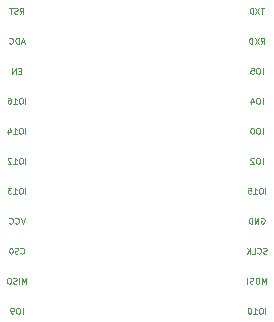
<source format=gbr>
G04 #@! TF.FileFunction,Legend,Bot*
%FSLAX46Y46*%
G04 Gerber Fmt 4.6, Leading zero omitted, Abs format (unit mm)*
G04 Created by KiCad (PCBNEW 4.0.7) date 11/18/18 14:35:23*
%MOMM*%
%LPD*%
G01*
G04 APERTURE LIST*
%ADD10C,0.100000*%
G04 APERTURE END LIST*
D10*
X137024999Y-110081190D02*
X137024999Y-109581190D01*
X136691666Y-109581190D02*
X136596428Y-109581190D01*
X136548809Y-109605000D01*
X136501190Y-109652619D01*
X136477381Y-109747857D01*
X136477381Y-109914524D01*
X136501190Y-110009762D01*
X136548809Y-110057381D01*
X136596428Y-110081190D01*
X136691666Y-110081190D01*
X136739285Y-110057381D01*
X136786904Y-110009762D01*
X136810714Y-109914524D01*
X136810714Y-109747857D01*
X136786904Y-109652619D01*
X136739285Y-109605000D01*
X136691666Y-109581190D01*
X136239285Y-110081190D02*
X136144047Y-110081190D01*
X136096428Y-110057381D01*
X136072618Y-110033571D01*
X136024999Y-109962143D01*
X136001190Y-109866905D01*
X136001190Y-109676429D01*
X136024999Y-109628810D01*
X136048809Y-109605000D01*
X136096428Y-109581190D01*
X136191666Y-109581190D01*
X136239285Y-109605000D01*
X136263094Y-109628810D01*
X136286904Y-109676429D01*
X136286904Y-109795476D01*
X136263094Y-109843095D01*
X136239285Y-109866905D01*
X136191666Y-109890714D01*
X136096428Y-109890714D01*
X136048809Y-109866905D01*
X136024999Y-109843095D01*
X136001190Y-109795476D01*
X137310714Y-107541190D02*
X137310714Y-107041190D01*
X137144048Y-107398333D01*
X136977381Y-107041190D01*
X136977381Y-107541190D01*
X136739285Y-107541190D02*
X136739285Y-107041190D01*
X136525000Y-107517381D02*
X136453571Y-107541190D01*
X136334524Y-107541190D01*
X136286905Y-107517381D01*
X136263095Y-107493571D01*
X136239286Y-107445952D01*
X136239286Y-107398333D01*
X136263095Y-107350714D01*
X136286905Y-107326905D01*
X136334524Y-107303095D01*
X136429762Y-107279286D01*
X136477381Y-107255476D01*
X136501190Y-107231667D01*
X136525000Y-107184048D01*
X136525000Y-107136429D01*
X136501190Y-107088810D01*
X136477381Y-107065000D01*
X136429762Y-107041190D01*
X136310714Y-107041190D01*
X136239286Y-107065000D01*
X135929762Y-107041190D02*
X135834524Y-107041190D01*
X135786905Y-107065000D01*
X135739286Y-107112619D01*
X135715477Y-107207857D01*
X135715477Y-107374524D01*
X135739286Y-107469762D01*
X135786905Y-107517381D01*
X135834524Y-107541190D01*
X135929762Y-107541190D01*
X135977381Y-107517381D01*
X136025000Y-107469762D01*
X136048810Y-107374524D01*
X136048810Y-107207857D01*
X136025000Y-107112619D01*
X135977381Y-107065000D01*
X135929762Y-107041190D01*
X136846428Y-104953571D02*
X136870238Y-104977381D01*
X136941666Y-105001190D01*
X136989285Y-105001190D01*
X137060714Y-104977381D01*
X137108333Y-104929762D01*
X137132142Y-104882143D01*
X137155952Y-104786905D01*
X137155952Y-104715476D01*
X137132142Y-104620238D01*
X137108333Y-104572619D01*
X137060714Y-104525000D01*
X136989285Y-104501190D01*
X136941666Y-104501190D01*
X136870238Y-104525000D01*
X136846428Y-104548810D01*
X136655952Y-104977381D02*
X136584523Y-105001190D01*
X136465476Y-105001190D01*
X136417857Y-104977381D01*
X136394047Y-104953571D01*
X136370238Y-104905952D01*
X136370238Y-104858333D01*
X136394047Y-104810714D01*
X136417857Y-104786905D01*
X136465476Y-104763095D01*
X136560714Y-104739286D01*
X136608333Y-104715476D01*
X136632142Y-104691667D01*
X136655952Y-104644048D01*
X136655952Y-104596429D01*
X136632142Y-104548810D01*
X136608333Y-104525000D01*
X136560714Y-104501190D01*
X136441666Y-104501190D01*
X136370238Y-104525000D01*
X136060714Y-104501190D02*
X136013095Y-104501190D01*
X135965476Y-104525000D01*
X135941667Y-104548810D01*
X135917857Y-104596429D01*
X135894048Y-104691667D01*
X135894048Y-104810714D01*
X135917857Y-104905952D01*
X135941667Y-104953571D01*
X135965476Y-104977381D01*
X136013095Y-105001190D01*
X136060714Y-105001190D01*
X136108333Y-104977381D01*
X136132143Y-104953571D01*
X136155952Y-104905952D01*
X136179762Y-104810714D01*
X136179762Y-104691667D01*
X136155952Y-104596429D01*
X136132143Y-104548810D01*
X136108333Y-104525000D01*
X136060714Y-104501190D01*
X137191666Y-101961190D02*
X137024999Y-102461190D01*
X136858333Y-101961190D01*
X136405952Y-102413571D02*
X136429762Y-102437381D01*
X136501190Y-102461190D01*
X136548809Y-102461190D01*
X136620238Y-102437381D01*
X136667857Y-102389762D01*
X136691666Y-102342143D01*
X136715476Y-102246905D01*
X136715476Y-102175476D01*
X136691666Y-102080238D01*
X136667857Y-102032619D01*
X136620238Y-101985000D01*
X136548809Y-101961190D01*
X136501190Y-101961190D01*
X136429762Y-101985000D01*
X136405952Y-102008810D01*
X135905952Y-102413571D02*
X135929762Y-102437381D01*
X136001190Y-102461190D01*
X136048809Y-102461190D01*
X136120238Y-102437381D01*
X136167857Y-102389762D01*
X136191666Y-102342143D01*
X136215476Y-102246905D01*
X136215476Y-102175476D01*
X136191666Y-102080238D01*
X136167857Y-102032619D01*
X136120238Y-101985000D01*
X136048809Y-101961190D01*
X136001190Y-101961190D01*
X135929762Y-101985000D01*
X135905952Y-102008810D01*
X137263094Y-99921190D02*
X137263094Y-99421190D01*
X136929761Y-99421190D02*
X136834523Y-99421190D01*
X136786904Y-99445000D01*
X136739285Y-99492619D01*
X136715476Y-99587857D01*
X136715476Y-99754524D01*
X136739285Y-99849762D01*
X136786904Y-99897381D01*
X136834523Y-99921190D01*
X136929761Y-99921190D01*
X136977380Y-99897381D01*
X137024999Y-99849762D01*
X137048809Y-99754524D01*
X137048809Y-99587857D01*
X137024999Y-99492619D01*
X136977380Y-99445000D01*
X136929761Y-99421190D01*
X136239285Y-99921190D02*
X136524999Y-99921190D01*
X136382142Y-99921190D02*
X136382142Y-99421190D01*
X136429761Y-99492619D01*
X136477380Y-99540238D01*
X136524999Y-99564048D01*
X136072618Y-99421190D02*
X135763095Y-99421190D01*
X135929761Y-99611667D01*
X135858333Y-99611667D01*
X135810714Y-99635476D01*
X135786904Y-99659286D01*
X135763095Y-99706905D01*
X135763095Y-99825952D01*
X135786904Y-99873571D01*
X135810714Y-99897381D01*
X135858333Y-99921190D01*
X136001190Y-99921190D01*
X136048809Y-99897381D01*
X136072618Y-99873571D01*
X137263094Y-97381190D02*
X137263094Y-96881190D01*
X136929761Y-96881190D02*
X136834523Y-96881190D01*
X136786904Y-96905000D01*
X136739285Y-96952619D01*
X136715476Y-97047857D01*
X136715476Y-97214524D01*
X136739285Y-97309762D01*
X136786904Y-97357381D01*
X136834523Y-97381190D01*
X136929761Y-97381190D01*
X136977380Y-97357381D01*
X137024999Y-97309762D01*
X137048809Y-97214524D01*
X137048809Y-97047857D01*
X137024999Y-96952619D01*
X136977380Y-96905000D01*
X136929761Y-96881190D01*
X136239285Y-97381190D02*
X136524999Y-97381190D01*
X136382142Y-97381190D02*
X136382142Y-96881190D01*
X136429761Y-96952619D01*
X136477380Y-97000238D01*
X136524999Y-97024048D01*
X136048809Y-96928810D02*
X136024999Y-96905000D01*
X135977380Y-96881190D01*
X135858333Y-96881190D01*
X135810714Y-96905000D01*
X135786904Y-96928810D01*
X135763095Y-96976429D01*
X135763095Y-97024048D01*
X135786904Y-97095476D01*
X136072618Y-97381190D01*
X135763095Y-97381190D01*
X137263094Y-94841190D02*
X137263094Y-94341190D01*
X136929761Y-94341190D02*
X136834523Y-94341190D01*
X136786904Y-94365000D01*
X136739285Y-94412619D01*
X136715476Y-94507857D01*
X136715476Y-94674524D01*
X136739285Y-94769762D01*
X136786904Y-94817381D01*
X136834523Y-94841190D01*
X136929761Y-94841190D01*
X136977380Y-94817381D01*
X137024999Y-94769762D01*
X137048809Y-94674524D01*
X137048809Y-94507857D01*
X137024999Y-94412619D01*
X136977380Y-94365000D01*
X136929761Y-94341190D01*
X136239285Y-94841190D02*
X136524999Y-94841190D01*
X136382142Y-94841190D02*
X136382142Y-94341190D01*
X136429761Y-94412619D01*
X136477380Y-94460238D01*
X136524999Y-94484048D01*
X135810714Y-94507857D02*
X135810714Y-94841190D01*
X135929761Y-94317381D02*
X136048809Y-94674524D01*
X135739285Y-94674524D01*
X137263094Y-92301190D02*
X137263094Y-91801190D01*
X136929761Y-91801190D02*
X136834523Y-91801190D01*
X136786904Y-91825000D01*
X136739285Y-91872619D01*
X136715476Y-91967857D01*
X136715476Y-92134524D01*
X136739285Y-92229762D01*
X136786904Y-92277381D01*
X136834523Y-92301190D01*
X136929761Y-92301190D01*
X136977380Y-92277381D01*
X137024999Y-92229762D01*
X137048809Y-92134524D01*
X137048809Y-91967857D01*
X137024999Y-91872619D01*
X136977380Y-91825000D01*
X136929761Y-91801190D01*
X136239285Y-92301190D02*
X136524999Y-92301190D01*
X136382142Y-92301190D02*
X136382142Y-91801190D01*
X136429761Y-91872619D01*
X136477380Y-91920238D01*
X136524999Y-91944048D01*
X135810714Y-91801190D02*
X135905952Y-91801190D01*
X135953571Y-91825000D01*
X135977380Y-91848810D01*
X136024999Y-91920238D01*
X136048809Y-92015476D01*
X136048809Y-92205952D01*
X136024999Y-92253571D01*
X136001190Y-92277381D01*
X135953571Y-92301190D01*
X135858333Y-92301190D01*
X135810714Y-92277381D01*
X135786904Y-92253571D01*
X135763095Y-92205952D01*
X135763095Y-92086905D01*
X135786904Y-92039286D01*
X135810714Y-92015476D01*
X135858333Y-91991667D01*
X135953571Y-91991667D01*
X136001190Y-92015476D01*
X136024999Y-92039286D01*
X136048809Y-92086905D01*
X136894047Y-89499286D02*
X136727381Y-89499286D01*
X136655952Y-89761190D02*
X136894047Y-89761190D01*
X136894047Y-89261190D01*
X136655952Y-89261190D01*
X136441666Y-89761190D02*
X136441666Y-89261190D01*
X136155952Y-89761190D01*
X136155952Y-89261190D01*
X137144047Y-87078333D02*
X136905952Y-87078333D01*
X137191666Y-87221190D02*
X137024999Y-86721190D01*
X136858333Y-87221190D01*
X136691666Y-87221190D02*
X136691666Y-86721190D01*
X136572619Y-86721190D01*
X136501190Y-86745000D01*
X136453571Y-86792619D01*
X136429762Y-86840238D01*
X136405952Y-86935476D01*
X136405952Y-87006905D01*
X136429762Y-87102143D01*
X136453571Y-87149762D01*
X136501190Y-87197381D01*
X136572619Y-87221190D01*
X136691666Y-87221190D01*
X135905952Y-87173571D02*
X135929762Y-87197381D01*
X136001190Y-87221190D01*
X136048809Y-87221190D01*
X136120238Y-87197381D01*
X136167857Y-87149762D01*
X136191666Y-87102143D01*
X136215476Y-87006905D01*
X136215476Y-86935476D01*
X136191666Y-86840238D01*
X136167857Y-86792619D01*
X136120238Y-86745000D01*
X136048809Y-86721190D01*
X136001190Y-86721190D01*
X135929762Y-86745000D01*
X135905952Y-86768810D01*
X136798809Y-84681190D02*
X136965476Y-84443095D01*
X137084523Y-84681190D02*
X137084523Y-84181190D01*
X136894047Y-84181190D01*
X136846428Y-84205000D01*
X136822619Y-84228810D01*
X136798809Y-84276429D01*
X136798809Y-84347857D01*
X136822619Y-84395476D01*
X136846428Y-84419286D01*
X136894047Y-84443095D01*
X137084523Y-84443095D01*
X136608333Y-84657381D02*
X136536904Y-84681190D01*
X136417857Y-84681190D01*
X136370238Y-84657381D01*
X136346428Y-84633571D01*
X136322619Y-84585952D01*
X136322619Y-84538333D01*
X136346428Y-84490714D01*
X136370238Y-84466905D01*
X136417857Y-84443095D01*
X136513095Y-84419286D01*
X136560714Y-84395476D01*
X136584523Y-84371667D01*
X136608333Y-84324048D01*
X136608333Y-84276429D01*
X136584523Y-84228810D01*
X136560714Y-84205000D01*
X136513095Y-84181190D01*
X136394047Y-84181190D01*
X136322619Y-84205000D01*
X136179762Y-84181190D02*
X135894048Y-84181190D01*
X136036905Y-84681190D02*
X136036905Y-84181190D01*
X157690238Y-104977381D02*
X157618809Y-105001190D01*
X157499762Y-105001190D01*
X157452143Y-104977381D01*
X157428333Y-104953571D01*
X157404524Y-104905952D01*
X157404524Y-104858333D01*
X157428333Y-104810714D01*
X157452143Y-104786905D01*
X157499762Y-104763095D01*
X157595000Y-104739286D01*
X157642619Y-104715476D01*
X157666428Y-104691667D01*
X157690238Y-104644048D01*
X157690238Y-104596429D01*
X157666428Y-104548810D01*
X157642619Y-104525000D01*
X157595000Y-104501190D01*
X157475952Y-104501190D01*
X157404524Y-104525000D01*
X156904524Y-104953571D02*
X156928334Y-104977381D01*
X156999762Y-105001190D01*
X157047381Y-105001190D01*
X157118810Y-104977381D01*
X157166429Y-104929762D01*
X157190238Y-104882143D01*
X157214048Y-104786905D01*
X157214048Y-104715476D01*
X157190238Y-104620238D01*
X157166429Y-104572619D01*
X157118810Y-104525000D01*
X157047381Y-104501190D01*
X156999762Y-104501190D01*
X156928334Y-104525000D01*
X156904524Y-104548810D01*
X156452143Y-105001190D02*
X156690238Y-105001190D01*
X156690238Y-104501190D01*
X156285476Y-105001190D02*
X156285476Y-104501190D01*
X155999762Y-105001190D02*
X156214048Y-104715476D01*
X155999762Y-104501190D02*
X156285476Y-104786905D01*
X157630714Y-107541190D02*
X157630714Y-107041190D01*
X157464048Y-107398333D01*
X157297381Y-107041190D01*
X157297381Y-107541190D01*
X156964047Y-107041190D02*
X156868809Y-107041190D01*
X156821190Y-107065000D01*
X156773571Y-107112619D01*
X156749762Y-107207857D01*
X156749762Y-107374524D01*
X156773571Y-107469762D01*
X156821190Y-107517381D01*
X156868809Y-107541190D01*
X156964047Y-107541190D01*
X157011666Y-107517381D01*
X157059285Y-107469762D01*
X157083095Y-107374524D01*
X157083095Y-107207857D01*
X157059285Y-107112619D01*
X157011666Y-107065000D01*
X156964047Y-107041190D01*
X156559285Y-107517381D02*
X156487856Y-107541190D01*
X156368809Y-107541190D01*
X156321190Y-107517381D01*
X156297380Y-107493571D01*
X156273571Y-107445952D01*
X156273571Y-107398333D01*
X156297380Y-107350714D01*
X156321190Y-107326905D01*
X156368809Y-107303095D01*
X156464047Y-107279286D01*
X156511666Y-107255476D01*
X156535475Y-107231667D01*
X156559285Y-107184048D01*
X156559285Y-107136429D01*
X156535475Y-107088810D01*
X156511666Y-107065000D01*
X156464047Y-107041190D01*
X156344999Y-107041190D01*
X156273571Y-107065000D01*
X156059285Y-107541190D02*
X156059285Y-107041190D01*
X157583094Y-110081190D02*
X157583094Y-109581190D01*
X157249761Y-109581190D02*
X157154523Y-109581190D01*
X157106904Y-109605000D01*
X157059285Y-109652619D01*
X157035476Y-109747857D01*
X157035476Y-109914524D01*
X157059285Y-110009762D01*
X157106904Y-110057381D01*
X157154523Y-110081190D01*
X157249761Y-110081190D01*
X157297380Y-110057381D01*
X157344999Y-110009762D01*
X157368809Y-109914524D01*
X157368809Y-109747857D01*
X157344999Y-109652619D01*
X157297380Y-109605000D01*
X157249761Y-109581190D01*
X156559285Y-110081190D02*
X156844999Y-110081190D01*
X156702142Y-110081190D02*
X156702142Y-109581190D01*
X156749761Y-109652619D01*
X156797380Y-109700238D01*
X156844999Y-109724048D01*
X156249761Y-109581190D02*
X156202142Y-109581190D01*
X156154523Y-109605000D01*
X156130714Y-109628810D01*
X156106904Y-109676429D01*
X156083095Y-109771667D01*
X156083095Y-109890714D01*
X156106904Y-109985952D01*
X156130714Y-110033571D01*
X156154523Y-110057381D01*
X156202142Y-110081190D01*
X156249761Y-110081190D01*
X156297380Y-110057381D01*
X156321190Y-110033571D01*
X156344999Y-109985952D01*
X156368809Y-109890714D01*
X156368809Y-109771667D01*
X156344999Y-109676429D01*
X156321190Y-109628810D01*
X156297380Y-109605000D01*
X156249761Y-109581190D01*
X157225953Y-101985000D02*
X157273572Y-101961190D01*
X157345000Y-101961190D01*
X157416429Y-101985000D01*
X157464048Y-102032619D01*
X157487857Y-102080238D01*
X157511667Y-102175476D01*
X157511667Y-102246905D01*
X157487857Y-102342143D01*
X157464048Y-102389762D01*
X157416429Y-102437381D01*
X157345000Y-102461190D01*
X157297381Y-102461190D01*
X157225953Y-102437381D01*
X157202143Y-102413571D01*
X157202143Y-102246905D01*
X157297381Y-102246905D01*
X156987857Y-102461190D02*
X156987857Y-101961190D01*
X156702143Y-102461190D01*
X156702143Y-101961190D01*
X156464047Y-102461190D02*
X156464047Y-101961190D01*
X156345000Y-101961190D01*
X156273571Y-101985000D01*
X156225952Y-102032619D01*
X156202143Y-102080238D01*
X156178333Y-102175476D01*
X156178333Y-102246905D01*
X156202143Y-102342143D01*
X156225952Y-102389762D01*
X156273571Y-102437381D01*
X156345000Y-102461190D01*
X156464047Y-102461190D01*
X157583094Y-99921190D02*
X157583094Y-99421190D01*
X157249761Y-99421190D02*
X157154523Y-99421190D01*
X157106904Y-99445000D01*
X157059285Y-99492619D01*
X157035476Y-99587857D01*
X157035476Y-99754524D01*
X157059285Y-99849762D01*
X157106904Y-99897381D01*
X157154523Y-99921190D01*
X157249761Y-99921190D01*
X157297380Y-99897381D01*
X157344999Y-99849762D01*
X157368809Y-99754524D01*
X157368809Y-99587857D01*
X157344999Y-99492619D01*
X157297380Y-99445000D01*
X157249761Y-99421190D01*
X156559285Y-99921190D02*
X156844999Y-99921190D01*
X156702142Y-99921190D02*
X156702142Y-99421190D01*
X156749761Y-99492619D01*
X156797380Y-99540238D01*
X156844999Y-99564048D01*
X156106904Y-99421190D02*
X156344999Y-99421190D01*
X156368809Y-99659286D01*
X156344999Y-99635476D01*
X156297380Y-99611667D01*
X156178333Y-99611667D01*
X156130714Y-99635476D01*
X156106904Y-99659286D01*
X156083095Y-99706905D01*
X156083095Y-99825952D01*
X156106904Y-99873571D01*
X156130714Y-99897381D01*
X156178333Y-99921190D01*
X156297380Y-99921190D01*
X156344999Y-99897381D01*
X156368809Y-99873571D01*
X157344999Y-97381190D02*
X157344999Y-96881190D01*
X157011666Y-96881190D02*
X156916428Y-96881190D01*
X156868809Y-96905000D01*
X156821190Y-96952619D01*
X156797381Y-97047857D01*
X156797381Y-97214524D01*
X156821190Y-97309762D01*
X156868809Y-97357381D01*
X156916428Y-97381190D01*
X157011666Y-97381190D01*
X157059285Y-97357381D01*
X157106904Y-97309762D01*
X157130714Y-97214524D01*
X157130714Y-97047857D01*
X157106904Y-96952619D01*
X157059285Y-96905000D01*
X157011666Y-96881190D01*
X156606904Y-96928810D02*
X156583094Y-96905000D01*
X156535475Y-96881190D01*
X156416428Y-96881190D01*
X156368809Y-96905000D01*
X156344999Y-96928810D01*
X156321190Y-96976429D01*
X156321190Y-97024048D01*
X156344999Y-97095476D01*
X156630713Y-97381190D01*
X156321190Y-97381190D01*
X157344999Y-94841190D02*
X157344999Y-94341190D01*
X157011666Y-94341190D02*
X156916428Y-94341190D01*
X156868809Y-94365000D01*
X156821190Y-94412619D01*
X156797381Y-94507857D01*
X156797381Y-94674524D01*
X156821190Y-94769762D01*
X156868809Y-94817381D01*
X156916428Y-94841190D01*
X157011666Y-94841190D01*
X157059285Y-94817381D01*
X157106904Y-94769762D01*
X157130714Y-94674524D01*
X157130714Y-94507857D01*
X157106904Y-94412619D01*
X157059285Y-94365000D01*
X157011666Y-94341190D01*
X156487856Y-94341190D02*
X156440237Y-94341190D01*
X156392618Y-94365000D01*
X156368809Y-94388810D01*
X156344999Y-94436429D01*
X156321190Y-94531667D01*
X156321190Y-94650714D01*
X156344999Y-94745952D01*
X156368809Y-94793571D01*
X156392618Y-94817381D01*
X156440237Y-94841190D01*
X156487856Y-94841190D01*
X156535475Y-94817381D01*
X156559285Y-94793571D01*
X156583094Y-94745952D01*
X156606904Y-94650714D01*
X156606904Y-94531667D01*
X156583094Y-94436429D01*
X156559285Y-94388810D01*
X156535475Y-94365000D01*
X156487856Y-94341190D01*
X157344999Y-92301190D02*
X157344999Y-91801190D01*
X157011666Y-91801190D02*
X156916428Y-91801190D01*
X156868809Y-91825000D01*
X156821190Y-91872619D01*
X156797381Y-91967857D01*
X156797381Y-92134524D01*
X156821190Y-92229762D01*
X156868809Y-92277381D01*
X156916428Y-92301190D01*
X157011666Y-92301190D01*
X157059285Y-92277381D01*
X157106904Y-92229762D01*
X157130714Y-92134524D01*
X157130714Y-91967857D01*
X157106904Y-91872619D01*
X157059285Y-91825000D01*
X157011666Y-91801190D01*
X156368809Y-91967857D02*
X156368809Y-92301190D01*
X156487856Y-91777381D02*
X156606904Y-92134524D01*
X156297380Y-92134524D01*
X157344999Y-89761190D02*
X157344999Y-89261190D01*
X157011666Y-89261190D02*
X156916428Y-89261190D01*
X156868809Y-89285000D01*
X156821190Y-89332619D01*
X156797381Y-89427857D01*
X156797381Y-89594524D01*
X156821190Y-89689762D01*
X156868809Y-89737381D01*
X156916428Y-89761190D01*
X157011666Y-89761190D01*
X157059285Y-89737381D01*
X157106904Y-89689762D01*
X157130714Y-89594524D01*
X157130714Y-89427857D01*
X157106904Y-89332619D01*
X157059285Y-89285000D01*
X157011666Y-89261190D01*
X156344999Y-89261190D02*
X156583094Y-89261190D01*
X156606904Y-89499286D01*
X156583094Y-89475476D01*
X156535475Y-89451667D01*
X156416428Y-89451667D01*
X156368809Y-89475476D01*
X156344999Y-89499286D01*
X156321190Y-89546905D01*
X156321190Y-89665952D01*
X156344999Y-89713571D01*
X156368809Y-89737381D01*
X156416428Y-89761190D01*
X156535475Y-89761190D01*
X156583094Y-89737381D01*
X156606904Y-89713571D01*
X157178333Y-87221190D02*
X157345000Y-86983095D01*
X157464047Y-87221190D02*
X157464047Y-86721190D01*
X157273571Y-86721190D01*
X157225952Y-86745000D01*
X157202143Y-86768810D01*
X157178333Y-86816429D01*
X157178333Y-86887857D01*
X157202143Y-86935476D01*
X157225952Y-86959286D01*
X157273571Y-86983095D01*
X157464047Y-86983095D01*
X157011666Y-86721190D02*
X156678333Y-87221190D01*
X156678333Y-86721190D02*
X157011666Y-87221190D01*
X156487857Y-87221190D02*
X156487857Y-86721190D01*
X156368810Y-86721190D01*
X156297381Y-86745000D01*
X156249762Y-86792619D01*
X156225953Y-86840238D01*
X156202143Y-86935476D01*
X156202143Y-87006905D01*
X156225953Y-87102143D01*
X156249762Y-87149762D01*
X156297381Y-87197381D01*
X156368810Y-87221190D01*
X156487857Y-87221190D01*
X157475952Y-84181190D02*
X157190238Y-84181190D01*
X157333095Y-84681190D02*
X157333095Y-84181190D01*
X157071190Y-84181190D02*
X156737857Y-84681190D01*
X156737857Y-84181190D02*
X157071190Y-84681190D01*
X156547381Y-84681190D02*
X156547381Y-84181190D01*
X156428334Y-84181190D01*
X156356905Y-84205000D01*
X156309286Y-84252619D01*
X156285477Y-84300238D01*
X156261667Y-84395476D01*
X156261667Y-84466905D01*
X156285477Y-84562143D01*
X156309286Y-84609762D01*
X156356905Y-84657381D01*
X156428334Y-84681190D01*
X156547381Y-84681190D01*
M02*

</source>
